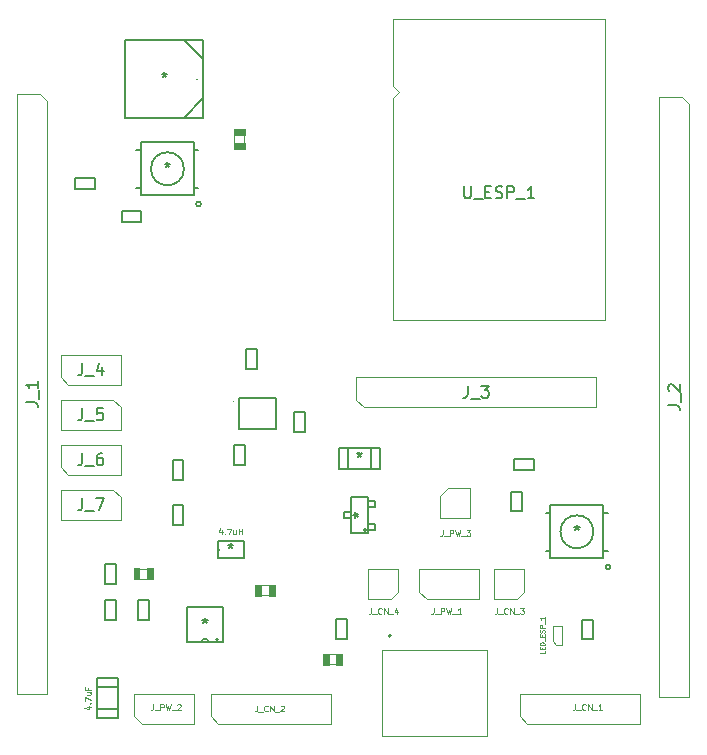
<source format=gbr>
%TF.GenerationSoftware,KiCad,Pcbnew,(5.1.9)-1*%
%TF.CreationDate,2021-03-31T16:36:22-07:00*%
%TF.ProjectId,esp32_sensor,65737033-325f-4736-956e-736f722e6b69,v0.0.3c*%
%TF.SameCoordinates,Original*%
%TF.FileFunction,Other,Fab,Top*%
%FSLAX46Y46*%
G04 Gerber Fmt 4.6, Leading zero omitted, Abs format (unit mm)*
G04 Created by KiCad (PCBNEW (5.1.9)-1) date 2021-03-31 16:36:22*
%MOMM*%
%LPD*%
G01*
G04 APERTURE LIST*
%ADD10C,0.152400*%
%ADD11C,0.100000*%
%ADD12C,0.101600*%
%ADD13C,0.010000*%
%ADD14C,0.127000*%
%ADD15C,0.200000*%
%ADD16C,0.150000*%
%ADD17C,0.070000*%
%ADD18C,0.060000*%
G04 APERTURE END LIST*
D10*
%TO.C,CP_ESP_1*%
X99060000Y-73787000D02*
G75*
G03*
X99060000Y-73787000I0J0D01*
G01*
X99568000Y-77089000D02*
X99568000Y-70485000D01*
X92964000Y-77089000D02*
X99568000Y-77089000D01*
X92964000Y-70485000D02*
X92964000Y-77089000D01*
X99568000Y-70485000D02*
X92964000Y-70485000D01*
X99568000Y-72136000D02*
X97917000Y-70485000D01*
X99568000Y-75438000D02*
X97917000Y-77089000D01*
D11*
%TO.C,J_PW_2*%
X93726000Y-127762000D02*
X93726000Y-125857000D01*
X93726000Y-125857000D02*
X98806000Y-125857000D01*
X98806000Y-125857000D02*
X98806000Y-128397000D01*
X98806000Y-128397000D02*
X94361000Y-128397000D01*
X94361000Y-128397000D02*
X93726000Y-127762000D01*
%TO.C,U_ESP_1*%
X115587000Y-75435000D02*
X116087000Y-74935000D01*
X116087000Y-74935000D02*
X115587000Y-74435000D01*
X115587000Y-75435000D02*
X115587000Y-94215000D01*
X115587000Y-68710000D02*
X133587000Y-68710000D01*
X115587000Y-68710000D02*
X115587000Y-74435000D01*
X115587000Y-94215000D02*
X133587000Y-94215000D01*
X133587000Y-94215000D02*
X133587000Y-68710000D01*
D12*
%TO.C,C_ESP_1*%
X102184000Y-79223000D02*
X102184000Y-78511000D01*
X103035000Y-79223000D02*
X103035000Y-78511000D01*
D13*
G36*
X102135900Y-79705606D02*
G01*
X102135900Y-79205100D01*
X103086129Y-79205100D01*
X103086129Y-79705606D01*
X102135900Y-79705606D01*
G37*
X102135900Y-79705606D02*
X102135900Y-79205100D01*
X103086129Y-79205100D01*
X103086129Y-79705606D01*
X102135900Y-79705606D01*
G36*
X102135900Y-78536119D02*
G01*
X102135900Y-78036700D01*
X103086869Y-78036700D01*
X103086869Y-78536119D01*
X102135900Y-78536119D01*
G37*
X102135900Y-78536119D02*
X102135900Y-78036700D01*
X103086869Y-78036700D01*
X103086869Y-78536119D01*
X102135900Y-78536119D01*
D11*
%TO.C,J_7*%
X92583000Y-109220000D02*
X92583000Y-111125000D01*
X92583000Y-111125000D02*
X87503000Y-111125000D01*
X87503000Y-111125000D02*
X87503000Y-108585000D01*
X87503000Y-108585000D02*
X91948000Y-108585000D01*
X91948000Y-108585000D02*
X92583000Y-109220000D01*
%TO.C,J_6*%
X87503000Y-106680000D02*
X87503000Y-104775000D01*
X87503000Y-104775000D02*
X92583000Y-104775000D01*
X92583000Y-104775000D02*
X92583000Y-107315000D01*
X92583000Y-107315000D02*
X88138000Y-107315000D01*
X88138000Y-107315000D02*
X87503000Y-106680000D01*
%TO.C,J_5*%
X92583000Y-101600000D02*
X92583000Y-103505000D01*
X92583000Y-103505000D02*
X87503000Y-103505000D01*
X87503000Y-103505000D02*
X87503000Y-100965000D01*
X87503000Y-100965000D02*
X91948000Y-100965000D01*
X91948000Y-100965000D02*
X92583000Y-101600000D01*
%TO.C,J_4*%
X87503000Y-99060000D02*
X87503000Y-97155000D01*
X87503000Y-97155000D02*
X92583000Y-97155000D01*
X92583000Y-97155000D02*
X92583000Y-99695000D01*
X92583000Y-99695000D02*
X88138000Y-99695000D01*
X88138000Y-99695000D02*
X87503000Y-99060000D01*
%TO.C,J_3*%
X112522000Y-100965000D02*
X112522000Y-99060000D01*
X112522000Y-99060000D02*
X132842000Y-99060000D01*
X132842000Y-99060000D02*
X132842000Y-101600000D01*
X132842000Y-101600000D02*
X113157000Y-101600000D01*
X113157000Y-101600000D02*
X112522000Y-100965000D01*
%TO.C,J_2*%
X138176000Y-75311000D02*
X140081000Y-75311000D01*
X140081000Y-75311000D02*
X140716000Y-75946000D01*
X140716000Y-75946000D02*
X140716000Y-126111000D01*
X140716000Y-126111000D02*
X138176000Y-126111000D01*
X138176000Y-126111000D02*
X138176000Y-75311000D01*
%TO.C,J_1*%
X83820000Y-75057000D02*
X85725000Y-75057000D01*
X85725000Y-75057000D02*
X86360000Y-75692000D01*
X86360000Y-75692000D02*
X86360000Y-125857000D01*
X86360000Y-125857000D02*
X83820000Y-125857000D01*
X83820000Y-125857000D02*
X83820000Y-75057000D01*
%TO.C,LED_ESP_1*%
X129940000Y-120104000D02*
X129140000Y-120104000D01*
X129940000Y-121704000D02*
X129940000Y-120104000D01*
X129440000Y-121704000D02*
X129940000Y-121704000D01*
X129140000Y-121404000D02*
X129440000Y-121704000D01*
X129140000Y-120104000D02*
X129140000Y-121404000D01*
%TO.C,J_PW_3*%
X120269000Y-108458000D02*
X122174000Y-108458000D01*
X122174000Y-108458000D02*
X122174000Y-110998000D01*
X122174000Y-110998000D02*
X119634000Y-110998000D01*
X119634000Y-110998000D02*
X119634000Y-109093000D01*
X119634000Y-109093000D02*
X120269000Y-108458000D01*
%TO.C,J_PW_1*%
X117856000Y-117221000D02*
X117856000Y-115316000D01*
X117856000Y-115316000D02*
X122936000Y-115316000D01*
X122936000Y-115316000D02*
X122936000Y-117856000D01*
X122936000Y-117856000D02*
X118491000Y-117856000D01*
X118491000Y-117856000D02*
X117856000Y-117221000D01*
%TO.C,J_CN_4*%
X115443000Y-117856000D02*
X113538000Y-117856000D01*
X113538000Y-117856000D02*
X113538000Y-115316000D01*
X113538000Y-115316000D02*
X116078000Y-115316000D01*
X116078000Y-115316000D02*
X116078000Y-117221000D01*
X116078000Y-117221000D02*
X115443000Y-117856000D01*
%TO.C,J_CN_3*%
X126111000Y-117856000D02*
X124206000Y-117856000D01*
X124206000Y-117856000D02*
X124206000Y-115316000D01*
X124206000Y-115316000D02*
X126746000Y-115316000D01*
X126746000Y-115316000D02*
X126746000Y-117221000D01*
X126746000Y-117221000D02*
X126111000Y-117856000D01*
%TO.C,J_CN_2*%
X100203000Y-127762000D02*
X100203000Y-125857000D01*
X100203000Y-125857000D02*
X110363000Y-125857000D01*
X110363000Y-125857000D02*
X110363000Y-128397000D01*
X110363000Y-128397000D02*
X100838000Y-128397000D01*
X100838000Y-128397000D02*
X100203000Y-127762000D01*
%TO.C,J_CN_1*%
X126365000Y-127762000D02*
X126365000Y-125857000D01*
X126365000Y-125857000D02*
X136525000Y-125857000D01*
X136525000Y-125857000D02*
X136525000Y-128397000D01*
X136525000Y-128397000D02*
X127000000Y-128397000D01*
X127000000Y-128397000D02*
X126365000Y-127762000D01*
D10*
%TO.C,U_PW_1*%
X101193600Y-118516400D02*
X98196400Y-118516400D01*
X98196400Y-118516400D02*
X98196400Y-121513600D01*
X98196400Y-121513600D02*
X101193600Y-121513600D01*
X101193600Y-121513600D02*
X101193600Y-118516400D01*
X100812600Y-121265000D02*
G75*
G03*
X100812600Y-121265000I-76200J0D01*
G01*
X99999800Y-121513600D02*
G75*
G03*
X99390200Y-121513600I-304800J0D01*
G01*
D12*
%TO.C,C_PW_1*%
X110846000Y-123368000D02*
X110134000Y-123368000D01*
X110846000Y-122517000D02*
X110134000Y-122517000D01*
D13*
G36*
X111328505Y-123416100D02*
G01*
X110828100Y-123416100D01*
X110828100Y-122465929D01*
X111328505Y-122465929D01*
X111328505Y-123416100D01*
G37*
X111328505Y-123416100D02*
X110828100Y-123416100D01*
X110828100Y-122465929D01*
X111328505Y-122465929D01*
X111328505Y-123416100D01*
G36*
X110159786Y-123416100D02*
G01*
X109659700Y-123416100D01*
X109659700Y-122466080D01*
X110159786Y-122466080D01*
X110159786Y-123416100D01*
G37*
X110159786Y-123416100D02*
X109659700Y-123416100D01*
X109659700Y-122466080D01*
X110159786Y-122466080D01*
X110159786Y-123416100D01*
D14*
%TO.C,C_IMU_1*%
X103182000Y-98386000D02*
X103182000Y-96686000D01*
X104082000Y-98386000D02*
X104082000Y-96686000D01*
X103182000Y-98386000D02*
X104082000Y-98386000D01*
X103182000Y-96686000D02*
X104082000Y-96686000D01*
%TO.C,C_IMU_2*%
X102166000Y-104814000D02*
X103066000Y-104814000D01*
X102166000Y-106514000D02*
X103066000Y-106514000D01*
X103066000Y-106514000D02*
X103066000Y-104814000D01*
X102166000Y-106514000D02*
X102166000Y-104814000D01*
%TO.C,C_IMU_3*%
X107246000Y-102020000D02*
X108146000Y-102020000D01*
X107246000Y-103720000D02*
X108146000Y-103720000D01*
X108146000Y-103720000D02*
X108146000Y-102020000D01*
X107246000Y-103720000D02*
X107246000Y-102020000D01*
D10*
%TO.C,C_PW_2*%
X92339998Y-124538003D02*
X90540002Y-124538003D01*
X92339998Y-127937997D02*
X92339998Y-124538003D01*
X90540002Y-127937997D02*
X92339998Y-127937997D01*
X90540002Y-124538003D02*
X90540002Y-127937997D01*
X92339998Y-127937997D02*
X92339998Y-127187998D01*
X90540002Y-127937997D02*
X92339998Y-127937997D01*
X90540002Y-127187998D02*
X90540002Y-127937997D01*
X92339998Y-127187998D02*
X90540002Y-127187998D01*
X90540002Y-124538003D02*
X90540002Y-125288002D01*
X92339998Y-124538003D02*
X90540002Y-124538003D01*
X92339998Y-125288002D02*
X92339998Y-124538003D01*
X90540002Y-125288002D02*
X92339998Y-125288002D01*
D13*
%TO.C,C_PW_3*%
G36*
X94818214Y-115216900D02*
G01*
X95318300Y-115216900D01*
X95318300Y-116166920D01*
X94818214Y-116166920D01*
X94818214Y-115216900D01*
G37*
X94818214Y-115216900D02*
X95318300Y-115216900D01*
X95318300Y-116166920D01*
X94818214Y-116166920D01*
X94818214Y-115216900D01*
G36*
X93649495Y-115216900D02*
G01*
X94149900Y-115216900D01*
X94149900Y-116167071D01*
X93649495Y-116167071D01*
X93649495Y-115216900D01*
G37*
X93649495Y-115216900D02*
X94149900Y-115216900D01*
X94149900Y-116167071D01*
X93649495Y-116167071D01*
X93649495Y-115216900D01*
D12*
X94132000Y-116116000D02*
X94844000Y-116116000D01*
X94132000Y-115265000D02*
X94844000Y-115265000D01*
D13*
%TO.C,C_PW_4*%
G36*
X105105881Y-116613900D02*
G01*
X105605300Y-116613900D01*
X105605300Y-117564869D01*
X105105881Y-117564869D01*
X105105881Y-116613900D01*
G37*
X105105881Y-116613900D02*
X105605300Y-116613900D01*
X105605300Y-117564869D01*
X105105881Y-117564869D01*
X105105881Y-116613900D01*
G36*
X103936394Y-116613900D02*
G01*
X104436900Y-116613900D01*
X104436900Y-117564129D01*
X103936394Y-117564129D01*
X103936394Y-116613900D01*
G37*
X103936394Y-116613900D02*
X104436900Y-116613900D01*
X104436900Y-117564129D01*
X103936394Y-117564129D01*
X103936394Y-116613900D01*
D12*
X104419000Y-117513000D02*
X105131000Y-117513000D01*
X104419000Y-116662000D02*
X105131000Y-116662000D01*
D10*
%TO.C,C_PW_5*%
X113725998Y-105018002D02*
X113725998Y-106817998D01*
X113725998Y-106817998D02*
X114475997Y-106817998D01*
X114475997Y-106817998D02*
X114475997Y-105018002D01*
X114475997Y-105018002D02*
X113725998Y-105018002D01*
X111826002Y-106817998D02*
X111826002Y-105018002D01*
X111826002Y-105018002D02*
X111076003Y-105018002D01*
X111076003Y-105018002D02*
X111076003Y-106817998D01*
X111076003Y-106817998D02*
X111826002Y-106817998D01*
X114475997Y-105018002D02*
X111076003Y-105018002D01*
X111076003Y-105018002D02*
X111076003Y-106817998D01*
X111076003Y-106817998D02*
X114475997Y-106817998D01*
X114475997Y-106817998D02*
X114475997Y-105018002D01*
%TO.C,L_PW_1*%
X100920550Y-113665000D02*
G75*
G03*
X100920550Y-113665000I-76200J0D01*
G01*
X100768150Y-112941100D02*
X100768150Y-114388900D01*
X102977950Y-112941100D02*
X100768150Y-112941100D01*
X102977950Y-114388900D02*
X102977950Y-112941100D01*
X100768150Y-114388900D02*
X102977950Y-114388900D01*
%TO.C,Q_PW_1*%
X113347500Y-112001300D02*
G75*
G03*
X113347500Y-112001300I-127000J0D01*
G01*
X112077500Y-112255300D02*
X113474500Y-112255300D01*
X112077500Y-109232700D02*
X112077500Y-112255300D01*
X113474500Y-109232700D02*
X112077500Y-109232700D01*
X113474500Y-112255300D02*
X113474500Y-109232700D01*
X111467900Y-110998000D02*
X112077500Y-110998000D01*
X111467900Y-110490000D02*
X111467900Y-110998000D01*
X112077500Y-110490000D02*
X111467900Y-110490000D01*
X112077500Y-110998000D02*
X112077500Y-110490000D01*
X114084100Y-109537500D02*
X113474500Y-109537500D01*
X114084100Y-110045500D02*
X114084100Y-109537500D01*
X113474500Y-110045500D02*
X114084100Y-110045500D01*
X113474500Y-109537500D02*
X113474500Y-110045500D01*
X114084100Y-111442500D02*
X113474500Y-111442500D01*
X114084100Y-111950500D02*
X114084100Y-111442500D01*
X113474500Y-111950500D02*
X114084100Y-111950500D01*
X113474500Y-111442500D02*
X113474500Y-111950500D01*
D14*
%TO.C,R_ESP_1*%
X92672000Y-85941000D02*
X92672000Y-85001000D01*
X94272000Y-85941000D02*
X94272000Y-85001000D01*
X94272000Y-85001000D02*
X92672000Y-85001000D01*
X94272000Y-85941000D02*
X92672000Y-85941000D01*
%TO.C,R_ESP_2*%
X90385000Y-83127000D02*
X88685000Y-83127000D01*
X90385000Y-82227000D02*
X88685000Y-82227000D01*
X90385000Y-83127000D02*
X90385000Y-82227000D01*
X88685000Y-83127000D02*
X88685000Y-82227000D01*
%TO.C,R_ESP_3*%
X125641000Y-108801000D02*
X126581000Y-108801000D01*
X125641000Y-110401000D02*
X126581000Y-110401000D01*
X126581000Y-110401000D02*
X126581000Y-108801000D01*
X125641000Y-110401000D02*
X125641000Y-108801000D01*
%TO.C,R_ESP_4*%
X127596000Y-105976000D02*
X127596000Y-106876000D01*
X125896000Y-105976000D02*
X125896000Y-106876000D01*
X125896000Y-106876000D02*
X127596000Y-106876000D01*
X125896000Y-105976000D02*
X127596000Y-105976000D01*
%TO.C,R_ESP_5*%
X131610000Y-121196000D02*
X131610000Y-119596000D01*
X132550000Y-121196000D02*
X132550000Y-119596000D01*
X131610000Y-121196000D02*
X132550000Y-121196000D01*
X131610000Y-119596000D02*
X132550000Y-119596000D01*
%TO.C,R_IMU_1*%
X96959000Y-106084000D02*
X97859000Y-106084000D01*
X96959000Y-107784000D02*
X97859000Y-107784000D01*
X97859000Y-107784000D02*
X97859000Y-106084000D01*
X96959000Y-107784000D02*
X96959000Y-106084000D01*
%TO.C,R_IMU_2*%
X97859000Y-109894000D02*
X97859000Y-111594000D01*
X96959000Y-109894000D02*
X96959000Y-111594000D01*
X97859000Y-109894000D02*
X96959000Y-109894000D01*
X97859000Y-111594000D02*
X96959000Y-111594000D01*
%TO.C,R_PW_1*%
X110802000Y-121246000D02*
X110802000Y-119546000D01*
X111702000Y-121246000D02*
X111702000Y-119546000D01*
X110802000Y-121246000D02*
X111702000Y-121246000D01*
X110802000Y-119546000D02*
X111702000Y-119546000D01*
%TO.C,R_PW_2*%
X92144000Y-119595000D02*
X91244000Y-119595000D01*
X92144000Y-117895000D02*
X91244000Y-117895000D01*
X91244000Y-117895000D02*
X91244000Y-119595000D01*
X92144000Y-117895000D02*
X92144000Y-119595000D01*
%TO.C,R_PW_3*%
X91244000Y-116547000D02*
X91244000Y-114847000D01*
X92144000Y-116547000D02*
X92144000Y-114847000D01*
X91244000Y-116547000D02*
X92144000Y-116547000D01*
X91244000Y-114847000D02*
X92144000Y-114847000D01*
%TO.C,R_PW_4*%
X94938000Y-119595000D02*
X94038000Y-119595000D01*
X94938000Y-117895000D02*
X94038000Y-117895000D01*
X94038000Y-117895000D02*
X94038000Y-119595000D01*
X94938000Y-117895000D02*
X94938000Y-119595000D01*
D10*
%TO.C,SW_ESP_1*%
X97917000Y-81407000D02*
G75*
G03*
X97917000Y-81407000I-1397000J0D01*
G01*
X99348200Y-84391301D02*
G75*
G03*
X99348200Y-84391301I-203200J0D01*
G01*
X98767900Y-83654900D02*
X98767900Y-79159100D01*
X94272100Y-83654900D02*
X98767900Y-83654900D01*
X94272100Y-79159100D02*
X94272100Y-83654900D01*
X98767900Y-79159100D02*
X94272100Y-79159100D01*
X93895000Y-83007001D02*
X94272100Y-83007001D01*
X93895000Y-83007001D02*
X93895000Y-83007001D01*
X94272100Y-83007001D02*
X93895000Y-83007001D01*
X94272100Y-83007001D02*
X94272100Y-83007001D01*
X93895000Y-79806999D02*
X94272100Y-79806999D01*
X93895000Y-79806999D02*
X93895000Y-79806999D01*
X94272100Y-79806999D02*
X93895000Y-79806999D01*
X94272100Y-79806999D02*
X94272100Y-79806999D01*
X99145000Y-79806999D02*
X98767900Y-79806999D01*
X99145000Y-79806999D02*
X99145000Y-79806999D01*
X98767900Y-79806999D02*
X99145000Y-79806999D01*
X98767900Y-79806999D02*
X98767900Y-79806999D01*
X99145000Y-83007001D02*
X98767900Y-83007001D01*
X99145000Y-83007001D02*
X99145000Y-83007001D01*
X98767900Y-83007001D02*
X99145000Y-83007001D01*
X98767900Y-83007001D02*
X98767900Y-83007001D01*
%TO.C,SW_ESP_2*%
X133438900Y-113741001D02*
X133438900Y-113741001D01*
X133438900Y-113741001D02*
X133816000Y-113741001D01*
X133816000Y-113741001D02*
X133816000Y-113741001D01*
X133816000Y-113741001D02*
X133438900Y-113741001D01*
X133438900Y-110540999D02*
X133438900Y-110540999D01*
X133438900Y-110540999D02*
X133816000Y-110540999D01*
X133816000Y-110540999D02*
X133816000Y-110540999D01*
X133816000Y-110540999D02*
X133438900Y-110540999D01*
X128943100Y-110540999D02*
X128943100Y-110540999D01*
X128943100Y-110540999D02*
X128566000Y-110540999D01*
X128566000Y-110540999D02*
X128566000Y-110540999D01*
X128566000Y-110540999D02*
X128943100Y-110540999D01*
X128943100Y-113741001D02*
X128943100Y-113741001D01*
X128943100Y-113741001D02*
X128566000Y-113741001D01*
X128566000Y-113741001D02*
X128566000Y-113741001D01*
X128566000Y-113741001D02*
X128943100Y-113741001D01*
X133438900Y-109893100D02*
X128943100Y-109893100D01*
X128943100Y-109893100D02*
X128943100Y-114388900D01*
X128943100Y-114388900D02*
X133438900Y-114388900D01*
X133438900Y-114388900D02*
X133438900Y-109893100D01*
X134019200Y-115125301D02*
G75*
G03*
X134019200Y-115125301I-203200J0D01*
G01*
X132588000Y-112141000D02*
G75*
G03*
X132588000Y-112141000I-1397000J0D01*
G01*
D11*
%TO.C,U_IMU_1*%
X102090000Y-101108000D02*
G75*
G03*
X102090000Y-101108000I-50000J0D01*
G01*
D14*
X102590000Y-103408000D02*
X102590000Y-100808000D01*
X105690000Y-103408000D02*
X102590000Y-103408000D01*
X105690000Y-100808000D02*
X105690000Y-103408000D01*
X102590000Y-100808000D02*
X105690000Y-100808000D01*
D15*
%TO.C,U_CN_1*%
X115446000Y-120960000D02*
G75*
G03*
X115446000Y-120960000I-100000J0D01*
G01*
D11*
X123596000Y-122120000D02*
X114656000Y-122120000D01*
X123596000Y-129470000D02*
X123596000Y-122120000D01*
X114656000Y-129470000D02*
X123596000Y-129470000D01*
X114656000Y-122120000D02*
X114656000Y-129470000D01*
%TD*%
%TO.C,CP_ESP_1*%
D16*
X96266000Y-73239380D02*
X96266000Y-73477476D01*
X96027904Y-73382238D02*
X96266000Y-73477476D01*
X96504095Y-73382238D01*
X96123142Y-73667952D02*
X96266000Y-73477476D01*
X96408857Y-73667952D01*
%TO.C,J_PW_2*%
D17*
X95309666Y-126726190D02*
X95309666Y-127083333D01*
X95285857Y-127154761D01*
X95238238Y-127202380D01*
X95166809Y-127226190D01*
X95119190Y-127226190D01*
X95428714Y-127273809D02*
X95809666Y-127273809D01*
X95928714Y-127226190D02*
X95928714Y-126726190D01*
X96119190Y-126726190D01*
X96166809Y-126750000D01*
X96190619Y-126773809D01*
X96214428Y-126821428D01*
X96214428Y-126892857D01*
X96190619Y-126940476D01*
X96166809Y-126964285D01*
X96119190Y-126988095D01*
X95928714Y-126988095D01*
X96381095Y-126726190D02*
X96500142Y-127226190D01*
X96595380Y-126869047D01*
X96690619Y-127226190D01*
X96809666Y-126726190D01*
X96881095Y-127273809D02*
X97262047Y-127273809D01*
X97357285Y-126773809D02*
X97381095Y-126750000D01*
X97428714Y-126726190D01*
X97547761Y-126726190D01*
X97595380Y-126750000D01*
X97619190Y-126773809D01*
X97643000Y-126821428D01*
X97643000Y-126869047D01*
X97619190Y-126940476D01*
X97333476Y-127226190D01*
X97643000Y-127226190D01*
%TO.C,U_ESP_1*%
D16*
X121634619Y-82891380D02*
X121634619Y-83700904D01*
X121682238Y-83796142D01*
X121729857Y-83843761D01*
X121825095Y-83891380D01*
X122015571Y-83891380D01*
X122110809Y-83843761D01*
X122158428Y-83796142D01*
X122206047Y-83700904D01*
X122206047Y-82891380D01*
X122444142Y-83986619D02*
X123206047Y-83986619D01*
X123444142Y-83367571D02*
X123777476Y-83367571D01*
X123920333Y-83891380D02*
X123444142Y-83891380D01*
X123444142Y-82891380D01*
X123920333Y-82891380D01*
X124301285Y-83843761D02*
X124444142Y-83891380D01*
X124682238Y-83891380D01*
X124777476Y-83843761D01*
X124825095Y-83796142D01*
X124872714Y-83700904D01*
X124872714Y-83605666D01*
X124825095Y-83510428D01*
X124777476Y-83462809D01*
X124682238Y-83415190D01*
X124491761Y-83367571D01*
X124396523Y-83319952D01*
X124348904Y-83272333D01*
X124301285Y-83177095D01*
X124301285Y-83081857D01*
X124348904Y-82986619D01*
X124396523Y-82939000D01*
X124491761Y-82891380D01*
X124729857Y-82891380D01*
X124872714Y-82939000D01*
X125301285Y-83891380D02*
X125301285Y-82891380D01*
X125682238Y-82891380D01*
X125777476Y-82939000D01*
X125825095Y-82986619D01*
X125872714Y-83081857D01*
X125872714Y-83224714D01*
X125825095Y-83319952D01*
X125777476Y-83367571D01*
X125682238Y-83415190D01*
X125301285Y-83415190D01*
X126063190Y-83986619D02*
X126825095Y-83986619D01*
X127587000Y-83891380D02*
X127015571Y-83891380D01*
X127301285Y-83891380D02*
X127301285Y-82891380D01*
X127206047Y-83034238D01*
X127110809Y-83129476D01*
X127015571Y-83177095D01*
%TO.C,J_7*%
X89328714Y-109307380D02*
X89328714Y-110021666D01*
X89281095Y-110164523D01*
X89185857Y-110259761D01*
X89043000Y-110307380D01*
X88947761Y-110307380D01*
X89566809Y-110402619D02*
X90328714Y-110402619D01*
X90471571Y-109307380D02*
X91138238Y-109307380D01*
X90709666Y-110307380D01*
%TO.C,J_6*%
X89328714Y-105497380D02*
X89328714Y-106211666D01*
X89281095Y-106354523D01*
X89185857Y-106449761D01*
X89043000Y-106497380D01*
X88947761Y-106497380D01*
X89566809Y-106592619D02*
X90328714Y-106592619D01*
X90995380Y-105497380D02*
X90804904Y-105497380D01*
X90709666Y-105545000D01*
X90662047Y-105592619D01*
X90566809Y-105735476D01*
X90519190Y-105925952D01*
X90519190Y-106306904D01*
X90566809Y-106402142D01*
X90614428Y-106449761D01*
X90709666Y-106497380D01*
X90900142Y-106497380D01*
X90995380Y-106449761D01*
X91043000Y-106402142D01*
X91090619Y-106306904D01*
X91090619Y-106068809D01*
X91043000Y-105973571D01*
X90995380Y-105925952D01*
X90900142Y-105878333D01*
X90709666Y-105878333D01*
X90614428Y-105925952D01*
X90566809Y-105973571D01*
X90519190Y-106068809D01*
%TO.C,J_5*%
X89328714Y-101687380D02*
X89328714Y-102401666D01*
X89281095Y-102544523D01*
X89185857Y-102639761D01*
X89043000Y-102687380D01*
X88947761Y-102687380D01*
X89566809Y-102782619D02*
X90328714Y-102782619D01*
X91043000Y-101687380D02*
X90566809Y-101687380D01*
X90519190Y-102163571D01*
X90566809Y-102115952D01*
X90662047Y-102068333D01*
X90900142Y-102068333D01*
X90995380Y-102115952D01*
X91043000Y-102163571D01*
X91090619Y-102258809D01*
X91090619Y-102496904D01*
X91043000Y-102592142D01*
X90995380Y-102639761D01*
X90900142Y-102687380D01*
X90662047Y-102687380D01*
X90566809Y-102639761D01*
X90519190Y-102592142D01*
%TO.C,J_4*%
X89328714Y-97877380D02*
X89328714Y-98591666D01*
X89281095Y-98734523D01*
X89185857Y-98829761D01*
X89043000Y-98877380D01*
X88947761Y-98877380D01*
X89566809Y-98972619D02*
X90328714Y-98972619D01*
X90995380Y-98210714D02*
X90995380Y-98877380D01*
X90757285Y-97829761D02*
X90519190Y-98544047D01*
X91138238Y-98544047D01*
%TO.C,J_3*%
X121967714Y-99782380D02*
X121967714Y-100496666D01*
X121920095Y-100639523D01*
X121824857Y-100734761D01*
X121682000Y-100782380D01*
X121586761Y-100782380D01*
X122205809Y-100877619D02*
X122967714Y-100877619D01*
X123110571Y-99782380D02*
X123729619Y-99782380D01*
X123396285Y-100163333D01*
X123539142Y-100163333D01*
X123634380Y-100210952D01*
X123682000Y-100258571D01*
X123729619Y-100353809D01*
X123729619Y-100591904D01*
X123682000Y-100687142D01*
X123634380Y-100734761D01*
X123539142Y-100782380D01*
X123253428Y-100782380D01*
X123158190Y-100734761D01*
X123110571Y-100687142D01*
%TO.C,J_2*%
X138898380Y-101425285D02*
X139612666Y-101425285D01*
X139755523Y-101472904D01*
X139850761Y-101568142D01*
X139898380Y-101711000D01*
X139898380Y-101806238D01*
X139993619Y-101187190D02*
X139993619Y-100425285D01*
X138993619Y-100234809D02*
X138946000Y-100187190D01*
X138898380Y-100091952D01*
X138898380Y-99853857D01*
X138946000Y-99758619D01*
X138993619Y-99711000D01*
X139088857Y-99663380D01*
X139184095Y-99663380D01*
X139326952Y-99711000D01*
X139898380Y-100282428D01*
X139898380Y-99663380D01*
%TO.C,J_1*%
X84542380Y-101171285D02*
X85256666Y-101171285D01*
X85399523Y-101218904D01*
X85494761Y-101314142D01*
X85542380Y-101457000D01*
X85542380Y-101552238D01*
X85637619Y-100933190D02*
X85637619Y-100171285D01*
X85542380Y-99409380D02*
X85542380Y-99980809D01*
X85542380Y-99695095D02*
X84542380Y-99695095D01*
X84685238Y-99790333D01*
X84780476Y-99885571D01*
X84828095Y-99980809D01*
%TO.C,LED_ESP_1*%
D18*
X128450952Y-122227809D02*
X128450952Y-122418285D01*
X128050952Y-122418285D01*
X128241428Y-122094476D02*
X128241428Y-121961142D01*
X128450952Y-121904000D02*
X128450952Y-122094476D01*
X128050952Y-122094476D01*
X128050952Y-121904000D01*
X128450952Y-121732571D02*
X128050952Y-121732571D01*
X128050952Y-121637333D01*
X128070000Y-121580190D01*
X128108095Y-121542095D01*
X128146190Y-121523047D01*
X128222380Y-121504000D01*
X128279523Y-121504000D01*
X128355714Y-121523047D01*
X128393809Y-121542095D01*
X128431904Y-121580190D01*
X128450952Y-121637333D01*
X128450952Y-121732571D01*
X128489047Y-121427809D02*
X128489047Y-121123047D01*
X128241428Y-121027809D02*
X128241428Y-120894476D01*
X128450952Y-120837333D02*
X128450952Y-121027809D01*
X128050952Y-121027809D01*
X128050952Y-120837333D01*
X128431904Y-120684952D02*
X128450952Y-120627809D01*
X128450952Y-120532571D01*
X128431904Y-120494476D01*
X128412857Y-120475428D01*
X128374761Y-120456380D01*
X128336666Y-120456380D01*
X128298571Y-120475428D01*
X128279523Y-120494476D01*
X128260476Y-120532571D01*
X128241428Y-120608761D01*
X128222380Y-120646857D01*
X128203333Y-120665904D01*
X128165238Y-120684952D01*
X128127142Y-120684952D01*
X128089047Y-120665904D01*
X128070000Y-120646857D01*
X128050952Y-120608761D01*
X128050952Y-120513523D01*
X128070000Y-120456380D01*
X128450952Y-120284952D02*
X128050952Y-120284952D01*
X128050952Y-120132571D01*
X128070000Y-120094476D01*
X128089047Y-120075428D01*
X128127142Y-120056380D01*
X128184285Y-120056380D01*
X128222380Y-120075428D01*
X128241428Y-120094476D01*
X128260476Y-120132571D01*
X128260476Y-120284952D01*
X128489047Y-119980190D02*
X128489047Y-119675428D01*
X128450952Y-119370666D02*
X128450952Y-119599238D01*
X128450952Y-119484952D02*
X128050952Y-119484952D01*
X128108095Y-119523047D01*
X128146190Y-119561142D01*
X128165238Y-119599238D01*
%TO.C,J_PW_3*%
D17*
X119820666Y-111994190D02*
X119820666Y-112351333D01*
X119796857Y-112422761D01*
X119749238Y-112470380D01*
X119677809Y-112494190D01*
X119630190Y-112494190D01*
X119939714Y-112541809D02*
X120320666Y-112541809D01*
X120439714Y-112494190D02*
X120439714Y-111994190D01*
X120630190Y-111994190D01*
X120677809Y-112018000D01*
X120701619Y-112041809D01*
X120725428Y-112089428D01*
X120725428Y-112160857D01*
X120701619Y-112208476D01*
X120677809Y-112232285D01*
X120630190Y-112256095D01*
X120439714Y-112256095D01*
X120892095Y-111994190D02*
X121011142Y-112494190D01*
X121106380Y-112137047D01*
X121201619Y-112494190D01*
X121320666Y-111994190D01*
X121392095Y-112541809D02*
X121773047Y-112541809D01*
X121844476Y-111994190D02*
X122154000Y-111994190D01*
X121987333Y-112184666D01*
X122058761Y-112184666D01*
X122106380Y-112208476D01*
X122130190Y-112232285D01*
X122154000Y-112279904D01*
X122154000Y-112398952D01*
X122130190Y-112446571D01*
X122106380Y-112470380D01*
X122058761Y-112494190D01*
X121915904Y-112494190D01*
X121868285Y-112470380D01*
X121844476Y-112446571D01*
%TO.C,J_PW_1*%
X119058666Y-118598190D02*
X119058666Y-118955333D01*
X119034857Y-119026761D01*
X118987238Y-119074380D01*
X118915809Y-119098190D01*
X118868190Y-119098190D01*
X119177714Y-119145809D02*
X119558666Y-119145809D01*
X119677714Y-119098190D02*
X119677714Y-118598190D01*
X119868190Y-118598190D01*
X119915809Y-118622000D01*
X119939619Y-118645809D01*
X119963428Y-118693428D01*
X119963428Y-118764857D01*
X119939619Y-118812476D01*
X119915809Y-118836285D01*
X119868190Y-118860095D01*
X119677714Y-118860095D01*
X120130095Y-118598190D02*
X120249142Y-119098190D01*
X120344380Y-118741047D01*
X120439619Y-119098190D01*
X120558666Y-118598190D01*
X120630095Y-119145809D02*
X121011047Y-119145809D01*
X121392000Y-119098190D02*
X121106285Y-119098190D01*
X121249142Y-119098190D02*
X121249142Y-118598190D01*
X121201523Y-118669619D01*
X121153904Y-118717238D01*
X121106285Y-118741047D01*
%TO.C,J_CN_4*%
X113748476Y-118598190D02*
X113748476Y-118955333D01*
X113724666Y-119026761D01*
X113677047Y-119074380D01*
X113605619Y-119098190D01*
X113558000Y-119098190D01*
X113867523Y-119145809D02*
X114248476Y-119145809D01*
X114653238Y-119050571D02*
X114629428Y-119074380D01*
X114558000Y-119098190D01*
X114510380Y-119098190D01*
X114438952Y-119074380D01*
X114391333Y-119026761D01*
X114367523Y-118979142D01*
X114343714Y-118883904D01*
X114343714Y-118812476D01*
X114367523Y-118717238D01*
X114391333Y-118669619D01*
X114438952Y-118622000D01*
X114510380Y-118598190D01*
X114558000Y-118598190D01*
X114629428Y-118622000D01*
X114653238Y-118645809D01*
X114867523Y-119098190D02*
X114867523Y-118598190D01*
X115153238Y-119098190D01*
X115153238Y-118598190D01*
X115272285Y-119145809D02*
X115653238Y-119145809D01*
X115986571Y-118764857D02*
X115986571Y-119098190D01*
X115867523Y-118574380D02*
X115748476Y-118931523D01*
X116058000Y-118931523D01*
%TO.C,J_CN_3*%
X124416476Y-118598190D02*
X124416476Y-118955333D01*
X124392666Y-119026761D01*
X124345047Y-119074380D01*
X124273619Y-119098190D01*
X124226000Y-119098190D01*
X124535523Y-119145809D02*
X124916476Y-119145809D01*
X125321238Y-119050571D02*
X125297428Y-119074380D01*
X125226000Y-119098190D01*
X125178380Y-119098190D01*
X125106952Y-119074380D01*
X125059333Y-119026761D01*
X125035523Y-118979142D01*
X125011714Y-118883904D01*
X125011714Y-118812476D01*
X125035523Y-118717238D01*
X125059333Y-118669619D01*
X125106952Y-118622000D01*
X125178380Y-118598190D01*
X125226000Y-118598190D01*
X125297428Y-118622000D01*
X125321238Y-118645809D01*
X125535523Y-119098190D02*
X125535523Y-118598190D01*
X125821238Y-119098190D01*
X125821238Y-118598190D01*
X125940285Y-119145809D02*
X126321238Y-119145809D01*
X126392666Y-118598190D02*
X126702190Y-118598190D01*
X126535523Y-118788666D01*
X126606952Y-118788666D01*
X126654571Y-118812476D01*
X126678380Y-118836285D01*
X126702190Y-118883904D01*
X126702190Y-119002952D01*
X126678380Y-119050571D01*
X126654571Y-119074380D01*
X126606952Y-119098190D01*
X126464095Y-119098190D01*
X126416476Y-119074380D01*
X126392666Y-119050571D01*
%TO.C,J_CN_2*%
X104096476Y-126853190D02*
X104096476Y-127210333D01*
X104072666Y-127281761D01*
X104025047Y-127329380D01*
X103953619Y-127353190D01*
X103906000Y-127353190D01*
X104215523Y-127400809D02*
X104596476Y-127400809D01*
X105001238Y-127305571D02*
X104977428Y-127329380D01*
X104906000Y-127353190D01*
X104858380Y-127353190D01*
X104786952Y-127329380D01*
X104739333Y-127281761D01*
X104715523Y-127234142D01*
X104691714Y-127138904D01*
X104691714Y-127067476D01*
X104715523Y-126972238D01*
X104739333Y-126924619D01*
X104786952Y-126877000D01*
X104858380Y-126853190D01*
X104906000Y-126853190D01*
X104977428Y-126877000D01*
X105001238Y-126900809D01*
X105215523Y-127353190D02*
X105215523Y-126853190D01*
X105501238Y-127353190D01*
X105501238Y-126853190D01*
X105620285Y-127400809D02*
X106001238Y-127400809D01*
X106096476Y-126900809D02*
X106120285Y-126877000D01*
X106167904Y-126853190D01*
X106286952Y-126853190D01*
X106334571Y-126877000D01*
X106358380Y-126900809D01*
X106382190Y-126948428D01*
X106382190Y-126996047D01*
X106358380Y-127067476D01*
X106072666Y-127353190D01*
X106382190Y-127353190D01*
%TO.C,J_CN_1*%
X131020476Y-126726190D02*
X131020476Y-127083333D01*
X130996666Y-127154761D01*
X130949047Y-127202380D01*
X130877619Y-127226190D01*
X130830000Y-127226190D01*
X131139523Y-127273809D02*
X131520476Y-127273809D01*
X131925238Y-127178571D02*
X131901428Y-127202380D01*
X131830000Y-127226190D01*
X131782380Y-127226190D01*
X131710952Y-127202380D01*
X131663333Y-127154761D01*
X131639523Y-127107142D01*
X131615714Y-127011904D01*
X131615714Y-126940476D01*
X131639523Y-126845238D01*
X131663333Y-126797619D01*
X131710952Y-126750000D01*
X131782380Y-126726190D01*
X131830000Y-126726190D01*
X131901428Y-126750000D01*
X131925238Y-126773809D01*
X132139523Y-127226190D02*
X132139523Y-126726190D01*
X132425238Y-127226190D01*
X132425238Y-126726190D01*
X132544285Y-127273809D02*
X132925238Y-127273809D01*
X133306190Y-127226190D02*
X133020476Y-127226190D01*
X133163333Y-127226190D02*
X133163333Y-126726190D01*
X133115714Y-126797619D01*
X133068095Y-126845238D01*
X133020476Y-126869047D01*
%TO.C,U_PW_1*%
D16*
X99695000Y-119467380D02*
X99695000Y-119705476D01*
X99456904Y-119610238D02*
X99695000Y-119705476D01*
X99933095Y-119610238D01*
X99552142Y-119895952D02*
X99695000Y-119705476D01*
X99837857Y-119895952D01*
%TO.C,C_PW_2*%
D17*
X89681857Y-126940380D02*
X90015190Y-126940380D01*
X89491380Y-127059428D02*
X89848523Y-127178476D01*
X89848523Y-126868952D01*
X89967571Y-126678476D02*
X89991380Y-126654666D01*
X90015190Y-126678476D01*
X89991380Y-126702285D01*
X89967571Y-126678476D01*
X90015190Y-126678476D01*
X89515190Y-126488000D02*
X89515190Y-126154666D01*
X90015190Y-126368952D01*
X89681857Y-125749904D02*
X90015190Y-125749904D01*
X89681857Y-125964190D02*
X89943761Y-125964190D01*
X89991380Y-125940380D01*
X90015190Y-125892761D01*
X90015190Y-125821333D01*
X89991380Y-125773714D01*
X89967571Y-125749904D01*
X89753285Y-125345142D02*
X89753285Y-125511809D01*
X90015190Y-125511809D02*
X89515190Y-125511809D01*
X89515190Y-125273714D01*
%TO.C,C_PW_5*%
D16*
X112776000Y-105370380D02*
X112776000Y-105608476D01*
X112537904Y-105513238D02*
X112776000Y-105608476D01*
X113014095Y-105513238D01*
X112633142Y-105798952D02*
X112776000Y-105608476D01*
X112918857Y-105798952D01*
%TO.C,L_PW_1*%
X101873050Y-113117380D02*
X101873050Y-113355476D01*
X101634954Y-113260238D02*
X101873050Y-113355476D01*
X102111145Y-113260238D01*
X101730192Y-113545952D02*
X101873050Y-113355476D01*
X102015907Y-113545952D01*
D11*
X101123050Y-112033857D02*
X101123050Y-112367190D01*
X101004002Y-111843380D02*
X100884954Y-112200523D01*
X101194478Y-112200523D01*
X101384954Y-112319571D02*
X101408764Y-112343380D01*
X101384954Y-112367190D01*
X101361145Y-112343380D01*
X101384954Y-112319571D01*
X101384954Y-112367190D01*
X101575430Y-111867190D02*
X101908764Y-111867190D01*
X101694478Y-112367190D01*
X102313526Y-112033857D02*
X102313526Y-112367190D01*
X102099240Y-112033857D02*
X102099240Y-112295761D01*
X102123050Y-112343380D01*
X102170669Y-112367190D01*
X102242097Y-112367190D01*
X102289716Y-112343380D01*
X102313526Y-112319571D01*
X102551621Y-112367190D02*
X102551621Y-111867190D01*
X102551621Y-112105285D02*
X102837335Y-112105285D01*
X102837335Y-112367190D02*
X102837335Y-111867190D01*
%TO.C,Q_PW_1*%
D16*
X112228380Y-110744000D02*
X112466476Y-110744000D01*
X112371238Y-110982095D02*
X112466476Y-110744000D01*
X112371238Y-110505904D01*
X112656952Y-110886857D02*
X112466476Y-110744000D01*
X112656952Y-110601142D01*
%TO.C,SW_ESP_1*%
X96520000Y-80859380D02*
X96520000Y-81097476D01*
X96281904Y-81002238D02*
X96520000Y-81097476D01*
X96758095Y-81002238D01*
X96377142Y-81287952D02*
X96520000Y-81097476D01*
X96662857Y-81287952D01*
%TO.C,SW_ESP_2*%
X131191000Y-111593380D02*
X131191000Y-111831476D01*
X130952904Y-111736238D02*
X131191000Y-111831476D01*
X131429095Y-111736238D01*
X131048142Y-112021952D02*
X131191000Y-111831476D01*
X131333857Y-112021952D01*
%TD*%
M02*

</source>
